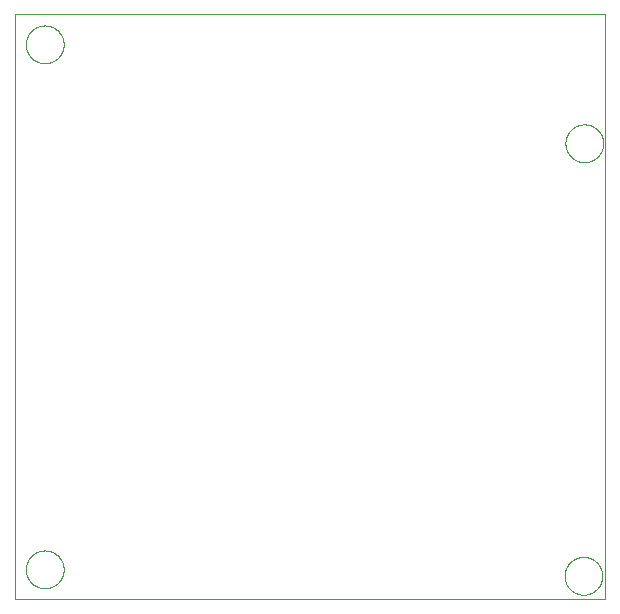
<source format=gtp>
G75*
%MOIN*%
%OFA0B0*%
%FSLAX25Y25*%
%IPPOS*%
%LPD*%
%AMOC8*
5,1,8,0,0,1.08239X$1,22.5*
%
%ADD10C,0.00000*%
D10*
X0243500Y0183500D02*
X0243500Y0378461D01*
X0440350Y0378461D01*
X0440350Y0183500D01*
X0243500Y0183500D01*
X0247201Y0193500D02*
X0247203Y0193658D01*
X0247209Y0193816D01*
X0247219Y0193974D01*
X0247233Y0194132D01*
X0247251Y0194289D01*
X0247272Y0194446D01*
X0247298Y0194602D01*
X0247328Y0194758D01*
X0247361Y0194913D01*
X0247399Y0195066D01*
X0247440Y0195219D01*
X0247485Y0195371D01*
X0247534Y0195522D01*
X0247587Y0195671D01*
X0247643Y0195819D01*
X0247703Y0195965D01*
X0247767Y0196110D01*
X0247835Y0196253D01*
X0247906Y0196395D01*
X0247980Y0196535D01*
X0248058Y0196672D01*
X0248140Y0196808D01*
X0248224Y0196942D01*
X0248313Y0197073D01*
X0248404Y0197202D01*
X0248499Y0197329D01*
X0248596Y0197454D01*
X0248697Y0197576D01*
X0248801Y0197695D01*
X0248908Y0197812D01*
X0249018Y0197926D01*
X0249131Y0198037D01*
X0249246Y0198146D01*
X0249364Y0198251D01*
X0249485Y0198353D01*
X0249608Y0198453D01*
X0249734Y0198549D01*
X0249862Y0198642D01*
X0249992Y0198732D01*
X0250125Y0198818D01*
X0250260Y0198902D01*
X0250396Y0198981D01*
X0250535Y0199058D01*
X0250676Y0199130D01*
X0250818Y0199200D01*
X0250962Y0199265D01*
X0251108Y0199327D01*
X0251255Y0199385D01*
X0251404Y0199440D01*
X0251554Y0199491D01*
X0251705Y0199538D01*
X0251857Y0199581D01*
X0252010Y0199620D01*
X0252165Y0199656D01*
X0252320Y0199687D01*
X0252476Y0199715D01*
X0252632Y0199739D01*
X0252789Y0199759D01*
X0252947Y0199775D01*
X0253104Y0199787D01*
X0253263Y0199795D01*
X0253421Y0199799D01*
X0253579Y0199799D01*
X0253737Y0199795D01*
X0253896Y0199787D01*
X0254053Y0199775D01*
X0254211Y0199759D01*
X0254368Y0199739D01*
X0254524Y0199715D01*
X0254680Y0199687D01*
X0254835Y0199656D01*
X0254990Y0199620D01*
X0255143Y0199581D01*
X0255295Y0199538D01*
X0255446Y0199491D01*
X0255596Y0199440D01*
X0255745Y0199385D01*
X0255892Y0199327D01*
X0256038Y0199265D01*
X0256182Y0199200D01*
X0256324Y0199130D01*
X0256465Y0199058D01*
X0256604Y0198981D01*
X0256740Y0198902D01*
X0256875Y0198818D01*
X0257008Y0198732D01*
X0257138Y0198642D01*
X0257266Y0198549D01*
X0257392Y0198453D01*
X0257515Y0198353D01*
X0257636Y0198251D01*
X0257754Y0198146D01*
X0257869Y0198037D01*
X0257982Y0197926D01*
X0258092Y0197812D01*
X0258199Y0197695D01*
X0258303Y0197576D01*
X0258404Y0197454D01*
X0258501Y0197329D01*
X0258596Y0197202D01*
X0258687Y0197073D01*
X0258776Y0196942D01*
X0258860Y0196808D01*
X0258942Y0196672D01*
X0259020Y0196535D01*
X0259094Y0196395D01*
X0259165Y0196253D01*
X0259233Y0196110D01*
X0259297Y0195965D01*
X0259357Y0195819D01*
X0259413Y0195671D01*
X0259466Y0195522D01*
X0259515Y0195371D01*
X0259560Y0195219D01*
X0259601Y0195066D01*
X0259639Y0194913D01*
X0259672Y0194758D01*
X0259702Y0194602D01*
X0259728Y0194446D01*
X0259749Y0194289D01*
X0259767Y0194132D01*
X0259781Y0193974D01*
X0259791Y0193816D01*
X0259797Y0193658D01*
X0259799Y0193500D01*
X0259797Y0193342D01*
X0259791Y0193184D01*
X0259781Y0193026D01*
X0259767Y0192868D01*
X0259749Y0192711D01*
X0259728Y0192554D01*
X0259702Y0192398D01*
X0259672Y0192242D01*
X0259639Y0192087D01*
X0259601Y0191934D01*
X0259560Y0191781D01*
X0259515Y0191629D01*
X0259466Y0191478D01*
X0259413Y0191329D01*
X0259357Y0191181D01*
X0259297Y0191035D01*
X0259233Y0190890D01*
X0259165Y0190747D01*
X0259094Y0190605D01*
X0259020Y0190465D01*
X0258942Y0190328D01*
X0258860Y0190192D01*
X0258776Y0190058D01*
X0258687Y0189927D01*
X0258596Y0189798D01*
X0258501Y0189671D01*
X0258404Y0189546D01*
X0258303Y0189424D01*
X0258199Y0189305D01*
X0258092Y0189188D01*
X0257982Y0189074D01*
X0257869Y0188963D01*
X0257754Y0188854D01*
X0257636Y0188749D01*
X0257515Y0188647D01*
X0257392Y0188547D01*
X0257266Y0188451D01*
X0257138Y0188358D01*
X0257008Y0188268D01*
X0256875Y0188182D01*
X0256740Y0188098D01*
X0256604Y0188019D01*
X0256465Y0187942D01*
X0256324Y0187870D01*
X0256182Y0187800D01*
X0256038Y0187735D01*
X0255892Y0187673D01*
X0255745Y0187615D01*
X0255596Y0187560D01*
X0255446Y0187509D01*
X0255295Y0187462D01*
X0255143Y0187419D01*
X0254990Y0187380D01*
X0254835Y0187344D01*
X0254680Y0187313D01*
X0254524Y0187285D01*
X0254368Y0187261D01*
X0254211Y0187241D01*
X0254053Y0187225D01*
X0253896Y0187213D01*
X0253737Y0187205D01*
X0253579Y0187201D01*
X0253421Y0187201D01*
X0253263Y0187205D01*
X0253104Y0187213D01*
X0252947Y0187225D01*
X0252789Y0187241D01*
X0252632Y0187261D01*
X0252476Y0187285D01*
X0252320Y0187313D01*
X0252165Y0187344D01*
X0252010Y0187380D01*
X0251857Y0187419D01*
X0251705Y0187462D01*
X0251554Y0187509D01*
X0251404Y0187560D01*
X0251255Y0187615D01*
X0251108Y0187673D01*
X0250962Y0187735D01*
X0250818Y0187800D01*
X0250676Y0187870D01*
X0250535Y0187942D01*
X0250396Y0188019D01*
X0250260Y0188098D01*
X0250125Y0188182D01*
X0249992Y0188268D01*
X0249862Y0188358D01*
X0249734Y0188451D01*
X0249608Y0188547D01*
X0249485Y0188647D01*
X0249364Y0188749D01*
X0249246Y0188854D01*
X0249131Y0188963D01*
X0249018Y0189074D01*
X0248908Y0189188D01*
X0248801Y0189305D01*
X0248697Y0189424D01*
X0248596Y0189546D01*
X0248499Y0189671D01*
X0248404Y0189798D01*
X0248313Y0189927D01*
X0248224Y0190058D01*
X0248140Y0190192D01*
X0248058Y0190328D01*
X0247980Y0190465D01*
X0247906Y0190605D01*
X0247835Y0190747D01*
X0247767Y0190890D01*
X0247703Y0191035D01*
X0247643Y0191181D01*
X0247587Y0191329D01*
X0247534Y0191478D01*
X0247485Y0191629D01*
X0247440Y0191781D01*
X0247399Y0191934D01*
X0247361Y0192087D01*
X0247328Y0192242D01*
X0247298Y0192398D01*
X0247272Y0192554D01*
X0247251Y0192711D01*
X0247233Y0192868D01*
X0247219Y0193026D01*
X0247209Y0193184D01*
X0247203Y0193342D01*
X0247201Y0193500D01*
X0426754Y0191345D02*
X0426756Y0191503D01*
X0426762Y0191661D01*
X0426772Y0191819D01*
X0426786Y0191977D01*
X0426804Y0192134D01*
X0426825Y0192291D01*
X0426851Y0192447D01*
X0426881Y0192603D01*
X0426914Y0192758D01*
X0426952Y0192911D01*
X0426993Y0193064D01*
X0427038Y0193216D01*
X0427087Y0193367D01*
X0427140Y0193516D01*
X0427196Y0193664D01*
X0427256Y0193810D01*
X0427320Y0193955D01*
X0427388Y0194098D01*
X0427459Y0194240D01*
X0427533Y0194380D01*
X0427611Y0194517D01*
X0427693Y0194653D01*
X0427777Y0194787D01*
X0427866Y0194918D01*
X0427957Y0195047D01*
X0428052Y0195174D01*
X0428149Y0195299D01*
X0428250Y0195421D01*
X0428354Y0195540D01*
X0428461Y0195657D01*
X0428571Y0195771D01*
X0428684Y0195882D01*
X0428799Y0195991D01*
X0428917Y0196096D01*
X0429038Y0196198D01*
X0429161Y0196298D01*
X0429287Y0196394D01*
X0429415Y0196487D01*
X0429545Y0196577D01*
X0429678Y0196663D01*
X0429813Y0196747D01*
X0429949Y0196826D01*
X0430088Y0196903D01*
X0430229Y0196975D01*
X0430371Y0197045D01*
X0430515Y0197110D01*
X0430661Y0197172D01*
X0430808Y0197230D01*
X0430957Y0197285D01*
X0431107Y0197336D01*
X0431258Y0197383D01*
X0431410Y0197426D01*
X0431563Y0197465D01*
X0431718Y0197501D01*
X0431873Y0197532D01*
X0432029Y0197560D01*
X0432185Y0197584D01*
X0432342Y0197604D01*
X0432500Y0197620D01*
X0432657Y0197632D01*
X0432816Y0197640D01*
X0432974Y0197644D01*
X0433132Y0197644D01*
X0433290Y0197640D01*
X0433449Y0197632D01*
X0433606Y0197620D01*
X0433764Y0197604D01*
X0433921Y0197584D01*
X0434077Y0197560D01*
X0434233Y0197532D01*
X0434388Y0197501D01*
X0434543Y0197465D01*
X0434696Y0197426D01*
X0434848Y0197383D01*
X0434999Y0197336D01*
X0435149Y0197285D01*
X0435298Y0197230D01*
X0435445Y0197172D01*
X0435591Y0197110D01*
X0435735Y0197045D01*
X0435877Y0196975D01*
X0436018Y0196903D01*
X0436157Y0196826D01*
X0436293Y0196747D01*
X0436428Y0196663D01*
X0436561Y0196577D01*
X0436691Y0196487D01*
X0436819Y0196394D01*
X0436945Y0196298D01*
X0437068Y0196198D01*
X0437189Y0196096D01*
X0437307Y0195991D01*
X0437422Y0195882D01*
X0437535Y0195771D01*
X0437645Y0195657D01*
X0437752Y0195540D01*
X0437856Y0195421D01*
X0437957Y0195299D01*
X0438054Y0195174D01*
X0438149Y0195047D01*
X0438240Y0194918D01*
X0438329Y0194787D01*
X0438413Y0194653D01*
X0438495Y0194517D01*
X0438573Y0194380D01*
X0438647Y0194240D01*
X0438718Y0194098D01*
X0438786Y0193955D01*
X0438850Y0193810D01*
X0438910Y0193664D01*
X0438966Y0193516D01*
X0439019Y0193367D01*
X0439068Y0193216D01*
X0439113Y0193064D01*
X0439154Y0192911D01*
X0439192Y0192758D01*
X0439225Y0192603D01*
X0439255Y0192447D01*
X0439281Y0192291D01*
X0439302Y0192134D01*
X0439320Y0191977D01*
X0439334Y0191819D01*
X0439344Y0191661D01*
X0439350Y0191503D01*
X0439352Y0191345D01*
X0439350Y0191187D01*
X0439344Y0191029D01*
X0439334Y0190871D01*
X0439320Y0190713D01*
X0439302Y0190556D01*
X0439281Y0190399D01*
X0439255Y0190243D01*
X0439225Y0190087D01*
X0439192Y0189932D01*
X0439154Y0189779D01*
X0439113Y0189626D01*
X0439068Y0189474D01*
X0439019Y0189323D01*
X0438966Y0189174D01*
X0438910Y0189026D01*
X0438850Y0188880D01*
X0438786Y0188735D01*
X0438718Y0188592D01*
X0438647Y0188450D01*
X0438573Y0188310D01*
X0438495Y0188173D01*
X0438413Y0188037D01*
X0438329Y0187903D01*
X0438240Y0187772D01*
X0438149Y0187643D01*
X0438054Y0187516D01*
X0437957Y0187391D01*
X0437856Y0187269D01*
X0437752Y0187150D01*
X0437645Y0187033D01*
X0437535Y0186919D01*
X0437422Y0186808D01*
X0437307Y0186699D01*
X0437189Y0186594D01*
X0437068Y0186492D01*
X0436945Y0186392D01*
X0436819Y0186296D01*
X0436691Y0186203D01*
X0436561Y0186113D01*
X0436428Y0186027D01*
X0436293Y0185943D01*
X0436157Y0185864D01*
X0436018Y0185787D01*
X0435877Y0185715D01*
X0435735Y0185645D01*
X0435591Y0185580D01*
X0435445Y0185518D01*
X0435298Y0185460D01*
X0435149Y0185405D01*
X0434999Y0185354D01*
X0434848Y0185307D01*
X0434696Y0185264D01*
X0434543Y0185225D01*
X0434388Y0185189D01*
X0434233Y0185158D01*
X0434077Y0185130D01*
X0433921Y0185106D01*
X0433764Y0185086D01*
X0433606Y0185070D01*
X0433449Y0185058D01*
X0433290Y0185050D01*
X0433132Y0185046D01*
X0432974Y0185046D01*
X0432816Y0185050D01*
X0432657Y0185058D01*
X0432500Y0185070D01*
X0432342Y0185086D01*
X0432185Y0185106D01*
X0432029Y0185130D01*
X0431873Y0185158D01*
X0431718Y0185189D01*
X0431563Y0185225D01*
X0431410Y0185264D01*
X0431258Y0185307D01*
X0431107Y0185354D01*
X0430957Y0185405D01*
X0430808Y0185460D01*
X0430661Y0185518D01*
X0430515Y0185580D01*
X0430371Y0185645D01*
X0430229Y0185715D01*
X0430088Y0185787D01*
X0429949Y0185864D01*
X0429813Y0185943D01*
X0429678Y0186027D01*
X0429545Y0186113D01*
X0429415Y0186203D01*
X0429287Y0186296D01*
X0429161Y0186392D01*
X0429038Y0186492D01*
X0428917Y0186594D01*
X0428799Y0186699D01*
X0428684Y0186808D01*
X0428571Y0186919D01*
X0428461Y0187033D01*
X0428354Y0187150D01*
X0428250Y0187269D01*
X0428149Y0187391D01*
X0428052Y0187516D01*
X0427957Y0187643D01*
X0427866Y0187772D01*
X0427777Y0187903D01*
X0427693Y0188037D01*
X0427611Y0188173D01*
X0427533Y0188310D01*
X0427459Y0188450D01*
X0427388Y0188592D01*
X0427320Y0188735D01*
X0427256Y0188880D01*
X0427196Y0189026D01*
X0427140Y0189174D01*
X0427087Y0189323D01*
X0427038Y0189474D01*
X0426993Y0189626D01*
X0426952Y0189779D01*
X0426914Y0189932D01*
X0426881Y0190087D01*
X0426851Y0190243D01*
X0426825Y0190399D01*
X0426804Y0190556D01*
X0426786Y0190713D01*
X0426772Y0190871D01*
X0426762Y0191029D01*
X0426756Y0191187D01*
X0426754Y0191345D01*
X0427058Y0335517D02*
X0427060Y0335675D01*
X0427066Y0335833D01*
X0427076Y0335991D01*
X0427090Y0336149D01*
X0427108Y0336306D01*
X0427129Y0336463D01*
X0427155Y0336619D01*
X0427185Y0336775D01*
X0427218Y0336930D01*
X0427256Y0337083D01*
X0427297Y0337236D01*
X0427342Y0337388D01*
X0427391Y0337539D01*
X0427444Y0337688D01*
X0427500Y0337836D01*
X0427560Y0337982D01*
X0427624Y0338127D01*
X0427692Y0338270D01*
X0427763Y0338412D01*
X0427837Y0338552D01*
X0427915Y0338689D01*
X0427997Y0338825D01*
X0428081Y0338959D01*
X0428170Y0339090D01*
X0428261Y0339219D01*
X0428356Y0339346D01*
X0428453Y0339471D01*
X0428554Y0339593D01*
X0428658Y0339712D01*
X0428765Y0339829D01*
X0428875Y0339943D01*
X0428988Y0340054D01*
X0429103Y0340163D01*
X0429221Y0340268D01*
X0429342Y0340370D01*
X0429465Y0340470D01*
X0429591Y0340566D01*
X0429719Y0340659D01*
X0429849Y0340749D01*
X0429982Y0340835D01*
X0430117Y0340919D01*
X0430253Y0340998D01*
X0430392Y0341075D01*
X0430533Y0341147D01*
X0430675Y0341217D01*
X0430819Y0341282D01*
X0430965Y0341344D01*
X0431112Y0341402D01*
X0431261Y0341457D01*
X0431411Y0341508D01*
X0431562Y0341555D01*
X0431714Y0341598D01*
X0431867Y0341637D01*
X0432022Y0341673D01*
X0432177Y0341704D01*
X0432333Y0341732D01*
X0432489Y0341756D01*
X0432646Y0341776D01*
X0432804Y0341792D01*
X0432961Y0341804D01*
X0433120Y0341812D01*
X0433278Y0341816D01*
X0433436Y0341816D01*
X0433594Y0341812D01*
X0433753Y0341804D01*
X0433910Y0341792D01*
X0434068Y0341776D01*
X0434225Y0341756D01*
X0434381Y0341732D01*
X0434537Y0341704D01*
X0434692Y0341673D01*
X0434847Y0341637D01*
X0435000Y0341598D01*
X0435152Y0341555D01*
X0435303Y0341508D01*
X0435453Y0341457D01*
X0435602Y0341402D01*
X0435749Y0341344D01*
X0435895Y0341282D01*
X0436039Y0341217D01*
X0436181Y0341147D01*
X0436322Y0341075D01*
X0436461Y0340998D01*
X0436597Y0340919D01*
X0436732Y0340835D01*
X0436865Y0340749D01*
X0436995Y0340659D01*
X0437123Y0340566D01*
X0437249Y0340470D01*
X0437372Y0340370D01*
X0437493Y0340268D01*
X0437611Y0340163D01*
X0437726Y0340054D01*
X0437839Y0339943D01*
X0437949Y0339829D01*
X0438056Y0339712D01*
X0438160Y0339593D01*
X0438261Y0339471D01*
X0438358Y0339346D01*
X0438453Y0339219D01*
X0438544Y0339090D01*
X0438633Y0338959D01*
X0438717Y0338825D01*
X0438799Y0338689D01*
X0438877Y0338552D01*
X0438951Y0338412D01*
X0439022Y0338270D01*
X0439090Y0338127D01*
X0439154Y0337982D01*
X0439214Y0337836D01*
X0439270Y0337688D01*
X0439323Y0337539D01*
X0439372Y0337388D01*
X0439417Y0337236D01*
X0439458Y0337083D01*
X0439496Y0336930D01*
X0439529Y0336775D01*
X0439559Y0336619D01*
X0439585Y0336463D01*
X0439606Y0336306D01*
X0439624Y0336149D01*
X0439638Y0335991D01*
X0439648Y0335833D01*
X0439654Y0335675D01*
X0439656Y0335517D01*
X0439654Y0335359D01*
X0439648Y0335201D01*
X0439638Y0335043D01*
X0439624Y0334885D01*
X0439606Y0334728D01*
X0439585Y0334571D01*
X0439559Y0334415D01*
X0439529Y0334259D01*
X0439496Y0334104D01*
X0439458Y0333951D01*
X0439417Y0333798D01*
X0439372Y0333646D01*
X0439323Y0333495D01*
X0439270Y0333346D01*
X0439214Y0333198D01*
X0439154Y0333052D01*
X0439090Y0332907D01*
X0439022Y0332764D01*
X0438951Y0332622D01*
X0438877Y0332482D01*
X0438799Y0332345D01*
X0438717Y0332209D01*
X0438633Y0332075D01*
X0438544Y0331944D01*
X0438453Y0331815D01*
X0438358Y0331688D01*
X0438261Y0331563D01*
X0438160Y0331441D01*
X0438056Y0331322D01*
X0437949Y0331205D01*
X0437839Y0331091D01*
X0437726Y0330980D01*
X0437611Y0330871D01*
X0437493Y0330766D01*
X0437372Y0330664D01*
X0437249Y0330564D01*
X0437123Y0330468D01*
X0436995Y0330375D01*
X0436865Y0330285D01*
X0436732Y0330199D01*
X0436597Y0330115D01*
X0436461Y0330036D01*
X0436322Y0329959D01*
X0436181Y0329887D01*
X0436039Y0329817D01*
X0435895Y0329752D01*
X0435749Y0329690D01*
X0435602Y0329632D01*
X0435453Y0329577D01*
X0435303Y0329526D01*
X0435152Y0329479D01*
X0435000Y0329436D01*
X0434847Y0329397D01*
X0434692Y0329361D01*
X0434537Y0329330D01*
X0434381Y0329302D01*
X0434225Y0329278D01*
X0434068Y0329258D01*
X0433910Y0329242D01*
X0433753Y0329230D01*
X0433594Y0329222D01*
X0433436Y0329218D01*
X0433278Y0329218D01*
X0433120Y0329222D01*
X0432961Y0329230D01*
X0432804Y0329242D01*
X0432646Y0329258D01*
X0432489Y0329278D01*
X0432333Y0329302D01*
X0432177Y0329330D01*
X0432022Y0329361D01*
X0431867Y0329397D01*
X0431714Y0329436D01*
X0431562Y0329479D01*
X0431411Y0329526D01*
X0431261Y0329577D01*
X0431112Y0329632D01*
X0430965Y0329690D01*
X0430819Y0329752D01*
X0430675Y0329817D01*
X0430533Y0329887D01*
X0430392Y0329959D01*
X0430253Y0330036D01*
X0430117Y0330115D01*
X0429982Y0330199D01*
X0429849Y0330285D01*
X0429719Y0330375D01*
X0429591Y0330468D01*
X0429465Y0330564D01*
X0429342Y0330664D01*
X0429221Y0330766D01*
X0429103Y0330871D01*
X0428988Y0330980D01*
X0428875Y0331091D01*
X0428765Y0331205D01*
X0428658Y0331322D01*
X0428554Y0331441D01*
X0428453Y0331563D01*
X0428356Y0331688D01*
X0428261Y0331815D01*
X0428170Y0331944D01*
X0428081Y0332075D01*
X0427997Y0332209D01*
X0427915Y0332345D01*
X0427837Y0332482D01*
X0427763Y0332622D01*
X0427692Y0332764D01*
X0427624Y0332907D01*
X0427560Y0333052D01*
X0427500Y0333198D01*
X0427444Y0333346D01*
X0427391Y0333495D01*
X0427342Y0333646D01*
X0427297Y0333798D01*
X0427256Y0333951D01*
X0427218Y0334104D01*
X0427185Y0334259D01*
X0427155Y0334415D01*
X0427129Y0334571D01*
X0427108Y0334728D01*
X0427090Y0334885D01*
X0427076Y0335043D01*
X0427066Y0335201D01*
X0427060Y0335359D01*
X0427058Y0335517D01*
X0247201Y0368500D02*
X0247203Y0368658D01*
X0247209Y0368816D01*
X0247219Y0368974D01*
X0247233Y0369132D01*
X0247251Y0369289D01*
X0247272Y0369446D01*
X0247298Y0369602D01*
X0247328Y0369758D01*
X0247361Y0369913D01*
X0247399Y0370066D01*
X0247440Y0370219D01*
X0247485Y0370371D01*
X0247534Y0370522D01*
X0247587Y0370671D01*
X0247643Y0370819D01*
X0247703Y0370965D01*
X0247767Y0371110D01*
X0247835Y0371253D01*
X0247906Y0371395D01*
X0247980Y0371535D01*
X0248058Y0371672D01*
X0248140Y0371808D01*
X0248224Y0371942D01*
X0248313Y0372073D01*
X0248404Y0372202D01*
X0248499Y0372329D01*
X0248596Y0372454D01*
X0248697Y0372576D01*
X0248801Y0372695D01*
X0248908Y0372812D01*
X0249018Y0372926D01*
X0249131Y0373037D01*
X0249246Y0373146D01*
X0249364Y0373251D01*
X0249485Y0373353D01*
X0249608Y0373453D01*
X0249734Y0373549D01*
X0249862Y0373642D01*
X0249992Y0373732D01*
X0250125Y0373818D01*
X0250260Y0373902D01*
X0250396Y0373981D01*
X0250535Y0374058D01*
X0250676Y0374130D01*
X0250818Y0374200D01*
X0250962Y0374265D01*
X0251108Y0374327D01*
X0251255Y0374385D01*
X0251404Y0374440D01*
X0251554Y0374491D01*
X0251705Y0374538D01*
X0251857Y0374581D01*
X0252010Y0374620D01*
X0252165Y0374656D01*
X0252320Y0374687D01*
X0252476Y0374715D01*
X0252632Y0374739D01*
X0252789Y0374759D01*
X0252947Y0374775D01*
X0253104Y0374787D01*
X0253263Y0374795D01*
X0253421Y0374799D01*
X0253579Y0374799D01*
X0253737Y0374795D01*
X0253896Y0374787D01*
X0254053Y0374775D01*
X0254211Y0374759D01*
X0254368Y0374739D01*
X0254524Y0374715D01*
X0254680Y0374687D01*
X0254835Y0374656D01*
X0254990Y0374620D01*
X0255143Y0374581D01*
X0255295Y0374538D01*
X0255446Y0374491D01*
X0255596Y0374440D01*
X0255745Y0374385D01*
X0255892Y0374327D01*
X0256038Y0374265D01*
X0256182Y0374200D01*
X0256324Y0374130D01*
X0256465Y0374058D01*
X0256604Y0373981D01*
X0256740Y0373902D01*
X0256875Y0373818D01*
X0257008Y0373732D01*
X0257138Y0373642D01*
X0257266Y0373549D01*
X0257392Y0373453D01*
X0257515Y0373353D01*
X0257636Y0373251D01*
X0257754Y0373146D01*
X0257869Y0373037D01*
X0257982Y0372926D01*
X0258092Y0372812D01*
X0258199Y0372695D01*
X0258303Y0372576D01*
X0258404Y0372454D01*
X0258501Y0372329D01*
X0258596Y0372202D01*
X0258687Y0372073D01*
X0258776Y0371942D01*
X0258860Y0371808D01*
X0258942Y0371672D01*
X0259020Y0371535D01*
X0259094Y0371395D01*
X0259165Y0371253D01*
X0259233Y0371110D01*
X0259297Y0370965D01*
X0259357Y0370819D01*
X0259413Y0370671D01*
X0259466Y0370522D01*
X0259515Y0370371D01*
X0259560Y0370219D01*
X0259601Y0370066D01*
X0259639Y0369913D01*
X0259672Y0369758D01*
X0259702Y0369602D01*
X0259728Y0369446D01*
X0259749Y0369289D01*
X0259767Y0369132D01*
X0259781Y0368974D01*
X0259791Y0368816D01*
X0259797Y0368658D01*
X0259799Y0368500D01*
X0259797Y0368342D01*
X0259791Y0368184D01*
X0259781Y0368026D01*
X0259767Y0367868D01*
X0259749Y0367711D01*
X0259728Y0367554D01*
X0259702Y0367398D01*
X0259672Y0367242D01*
X0259639Y0367087D01*
X0259601Y0366934D01*
X0259560Y0366781D01*
X0259515Y0366629D01*
X0259466Y0366478D01*
X0259413Y0366329D01*
X0259357Y0366181D01*
X0259297Y0366035D01*
X0259233Y0365890D01*
X0259165Y0365747D01*
X0259094Y0365605D01*
X0259020Y0365465D01*
X0258942Y0365328D01*
X0258860Y0365192D01*
X0258776Y0365058D01*
X0258687Y0364927D01*
X0258596Y0364798D01*
X0258501Y0364671D01*
X0258404Y0364546D01*
X0258303Y0364424D01*
X0258199Y0364305D01*
X0258092Y0364188D01*
X0257982Y0364074D01*
X0257869Y0363963D01*
X0257754Y0363854D01*
X0257636Y0363749D01*
X0257515Y0363647D01*
X0257392Y0363547D01*
X0257266Y0363451D01*
X0257138Y0363358D01*
X0257008Y0363268D01*
X0256875Y0363182D01*
X0256740Y0363098D01*
X0256604Y0363019D01*
X0256465Y0362942D01*
X0256324Y0362870D01*
X0256182Y0362800D01*
X0256038Y0362735D01*
X0255892Y0362673D01*
X0255745Y0362615D01*
X0255596Y0362560D01*
X0255446Y0362509D01*
X0255295Y0362462D01*
X0255143Y0362419D01*
X0254990Y0362380D01*
X0254835Y0362344D01*
X0254680Y0362313D01*
X0254524Y0362285D01*
X0254368Y0362261D01*
X0254211Y0362241D01*
X0254053Y0362225D01*
X0253896Y0362213D01*
X0253737Y0362205D01*
X0253579Y0362201D01*
X0253421Y0362201D01*
X0253263Y0362205D01*
X0253104Y0362213D01*
X0252947Y0362225D01*
X0252789Y0362241D01*
X0252632Y0362261D01*
X0252476Y0362285D01*
X0252320Y0362313D01*
X0252165Y0362344D01*
X0252010Y0362380D01*
X0251857Y0362419D01*
X0251705Y0362462D01*
X0251554Y0362509D01*
X0251404Y0362560D01*
X0251255Y0362615D01*
X0251108Y0362673D01*
X0250962Y0362735D01*
X0250818Y0362800D01*
X0250676Y0362870D01*
X0250535Y0362942D01*
X0250396Y0363019D01*
X0250260Y0363098D01*
X0250125Y0363182D01*
X0249992Y0363268D01*
X0249862Y0363358D01*
X0249734Y0363451D01*
X0249608Y0363547D01*
X0249485Y0363647D01*
X0249364Y0363749D01*
X0249246Y0363854D01*
X0249131Y0363963D01*
X0249018Y0364074D01*
X0248908Y0364188D01*
X0248801Y0364305D01*
X0248697Y0364424D01*
X0248596Y0364546D01*
X0248499Y0364671D01*
X0248404Y0364798D01*
X0248313Y0364927D01*
X0248224Y0365058D01*
X0248140Y0365192D01*
X0248058Y0365328D01*
X0247980Y0365465D01*
X0247906Y0365605D01*
X0247835Y0365747D01*
X0247767Y0365890D01*
X0247703Y0366035D01*
X0247643Y0366181D01*
X0247587Y0366329D01*
X0247534Y0366478D01*
X0247485Y0366629D01*
X0247440Y0366781D01*
X0247399Y0366934D01*
X0247361Y0367087D01*
X0247328Y0367242D01*
X0247298Y0367398D01*
X0247272Y0367554D01*
X0247251Y0367711D01*
X0247233Y0367868D01*
X0247219Y0368026D01*
X0247209Y0368184D01*
X0247203Y0368342D01*
X0247201Y0368500D01*
M02*

</source>
